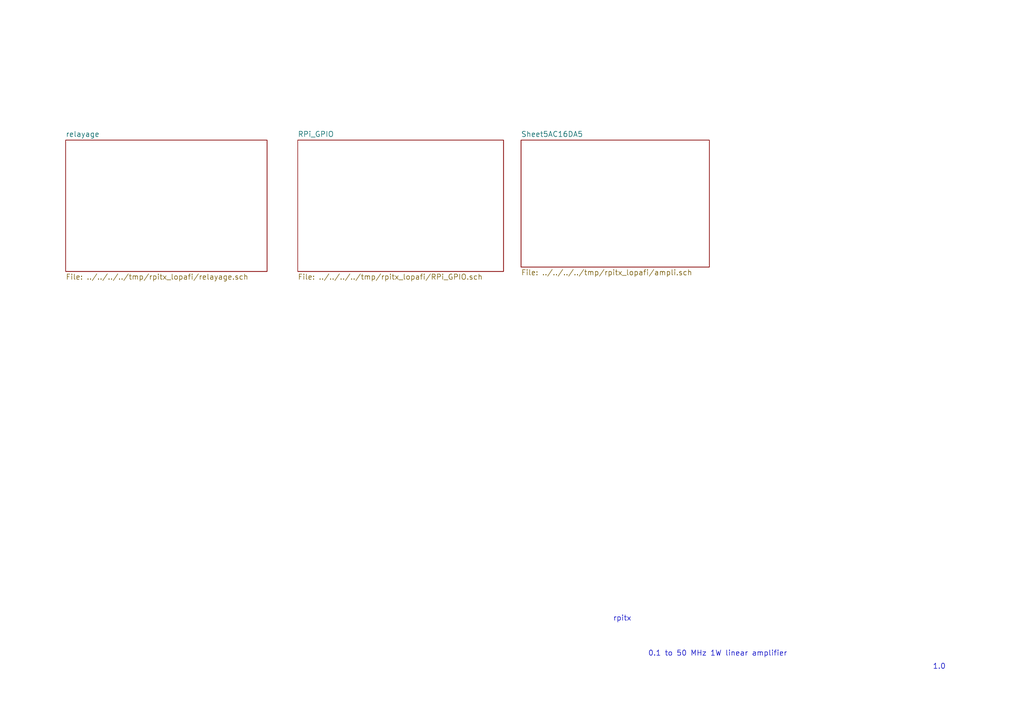
<source format=kicad_sch>
(kicad_sch (version 20230121) (generator eeschema)
  (paper "A4")
  (lib_symbols)
  (text "0.1 to 50 MHz 1W linear amplifier\n" (at 187.96 190.5 0) (effects (font (size 1.524 1.524)) (justify left bottom)))
  (text "rpitx" (at 177.8 180.34 0) (effects (font (size 1.524 1.524)) (justify left bottom)))
  (text "1.0" (at 270.51 194.31 0) (effects (font (size 1.524 1.524)) (justify left bottom)))
  (sheet (at 86.36 40.64) (size 59.69 38.1)
    (property "Sheetname" "RPi_GPIO" (at 86.36 39.8014 0) (effects (font (size 1.524 1.524)) (justify left bottom)))
    (property "Sheetfile" "../../../../tmp/rpitx_lopafi/RPi_GPIO.sch" (at 86.36 79.4262 0) (effects (font (size 1.524 1.524)) (justify left top)))
  )
  (sheet (at 19.05 40.64) (size 58.42 38.1)
    (property "Sheetname" "relayage" (at 19.05 39.8014 0) (effects (font (size 1.524 1.524)) (justify left bottom)))
    (property "Sheetfile" "../../../../tmp/rpitx_lopafi/relayage.sch" (at 19.05 79.4262 0) (effects (font (size 1.524 1.524)) (justify left top)))
  )
  (sheet (at 151.13 40.64) (size 54.61 36.83)
    (property "Sheetname" "Sheet5AC16DA5" (at 151.13 39.8014 0) (effects (font (size 1.524 1.524)) (justify left bottom)))
    (property "Sheetfile" "../../../../tmp/rpitx_lopafi/ampli.sch" (at 151.13 78.1562 0) (effects (font (size 1.524 1.524)) (justify left top)))
  )
)
</source>
